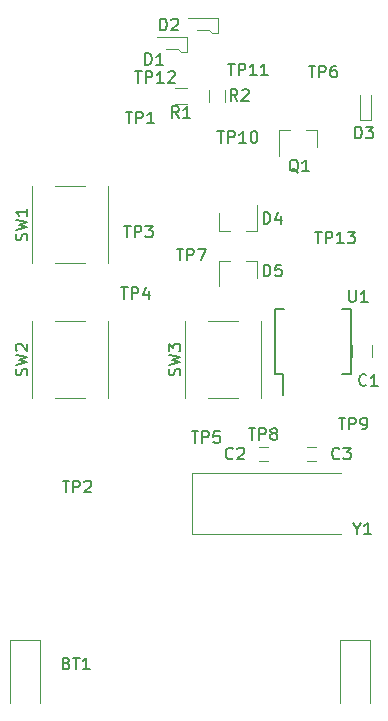
<source format=gbr>
G04 #@! TF.FileFunction,Legend,Top*
%FSLAX46Y46*%
G04 Gerber Fmt 4.6, Leading zero omitted, Abs format (unit mm)*
G04 Created by KiCad (PCBNEW 4.0.7+dfsg1-1) date Wed Apr 18 03:17:49 2018*
%MOMM*%
%LPD*%
G01*
G04 APERTURE LIST*
%ADD10C,0.100000*%
%ADD11C,0.150000*%
%ADD12C,0.120000*%
G04 APERTURE END LIST*
D10*
D11*
X154148000Y-98271000D02*
X154803000Y-98271000D01*
X154148000Y-92771000D02*
X154898000Y-92771000D01*
X160558000Y-92771000D02*
X159808000Y-92771000D01*
X160558000Y-98271000D02*
X159808000Y-98271000D01*
X154148000Y-98271000D02*
X154148000Y-92771000D01*
X160558000Y-98271000D02*
X160558000Y-92771000D01*
X154803000Y-98271000D02*
X154803000Y-100021000D01*
D12*
X146503000Y-93798000D02*
X146533000Y-93798000D01*
X152963000Y-93798000D02*
X152933000Y-93798000D01*
X152963000Y-100258000D02*
X152933000Y-100258000D01*
X146533000Y-100258000D02*
X146503000Y-100258000D01*
X148433000Y-93798000D02*
X151033000Y-93798000D01*
X146503000Y-100258000D02*
X146503000Y-93798000D01*
X148433000Y-100258000D02*
X151033000Y-100258000D01*
X152963000Y-100258000D02*
X152963000Y-93798000D01*
X133549000Y-93798000D02*
X133579000Y-93798000D01*
X140009000Y-93798000D02*
X139979000Y-93798000D01*
X140009000Y-100258000D02*
X139979000Y-100258000D01*
X133579000Y-100258000D02*
X133549000Y-100258000D01*
X135479000Y-93798000D02*
X138079000Y-93798000D01*
X133549000Y-100258000D02*
X133549000Y-93798000D01*
X135479000Y-100258000D02*
X138079000Y-100258000D01*
X140009000Y-100258000D02*
X140009000Y-93798000D01*
X133549000Y-82368000D02*
X133579000Y-82368000D01*
X140009000Y-82368000D02*
X139979000Y-82368000D01*
X140009000Y-88828000D02*
X139979000Y-88828000D01*
X133579000Y-88828000D02*
X133549000Y-88828000D01*
X135479000Y-82368000D02*
X138079000Y-82368000D01*
X133549000Y-88828000D02*
X133549000Y-82368000D01*
X135479000Y-88828000D02*
X138079000Y-88828000D01*
X140009000Y-88828000D02*
X140009000Y-82368000D01*
X152583000Y-88648000D02*
X151653000Y-88648000D01*
X149423000Y-88648000D02*
X150353000Y-88648000D01*
X149423000Y-88648000D02*
X149423000Y-90808000D01*
X152583000Y-88648000D02*
X152583000Y-90108000D01*
X149423000Y-86104000D02*
X150353000Y-86104000D01*
X152583000Y-86104000D02*
X151653000Y-86104000D01*
X152583000Y-86104000D02*
X152583000Y-83944000D01*
X149423000Y-86104000D02*
X149423000Y-84644000D01*
X149352000Y-68072000D02*
X149352000Y-69342000D01*
X148844000Y-69342000D02*
X149352000Y-69342000D01*
X146812000Y-68072000D02*
X149352000Y-68072000D01*
X147574000Y-69088000D02*
X148590000Y-69088000D01*
X148590000Y-69088000D02*
X148844000Y-69342000D01*
X146685000Y-69723000D02*
X146685000Y-70993000D01*
X146177000Y-70993000D02*
X146685000Y-70993000D01*
X144145000Y-69723000D02*
X146685000Y-69723000D01*
X144907000Y-70739000D02*
X145923000Y-70739000D01*
X145923000Y-70739000D02*
X146177000Y-70993000D01*
X159697000Y-106670000D02*
X147097000Y-106670000D01*
X147097000Y-106670000D02*
X147097000Y-111770000D01*
X147097000Y-111770000D02*
X159697000Y-111770000D01*
X152812000Y-104429000D02*
X153512000Y-104429000D01*
X153512000Y-105629000D02*
X152812000Y-105629000D01*
X156876000Y-104429000D02*
X157576000Y-104429000D01*
X157576000Y-105629000D02*
X156876000Y-105629000D01*
X161298000Y-76738000D02*
X162298000Y-76738000D01*
X162298000Y-76738000D02*
X162298000Y-74638000D01*
X161298000Y-76738000D02*
X161298000Y-74638000D01*
X145677000Y-73996000D02*
X146677000Y-73996000D01*
X146677000Y-75356000D02*
X145677000Y-75356000D01*
X148545000Y-75176000D02*
X148545000Y-74176000D01*
X149905000Y-74176000D02*
X149905000Y-75176000D01*
X162394000Y-96766000D02*
X162394000Y-95766000D01*
X160694000Y-95766000D02*
X160694000Y-96766000D01*
X157663000Y-77599000D02*
X156733000Y-77599000D01*
X154503000Y-77599000D02*
X155433000Y-77599000D01*
X154503000Y-77599000D02*
X154503000Y-79759000D01*
X157663000Y-77599000D02*
X157663000Y-79059000D01*
X131699000Y-120777000D02*
X131699000Y-126111000D01*
X134239000Y-120777000D02*
X134239000Y-126111000D01*
X131699000Y-120777000D02*
X134239000Y-120777000D01*
X159639000Y-120777000D02*
X159639000Y-126111000D01*
X162179000Y-120777000D02*
X159639000Y-120777000D01*
X162179000Y-120777000D02*
X162179000Y-126111000D01*
D11*
X160401095Y-91146381D02*
X160401095Y-91955905D01*
X160448714Y-92051143D01*
X160496333Y-92098762D01*
X160591571Y-92146381D01*
X160782048Y-92146381D01*
X160877286Y-92098762D01*
X160924905Y-92051143D01*
X160972524Y-91955905D01*
X160972524Y-91146381D01*
X161972524Y-92146381D02*
X161401095Y-92146381D01*
X161686809Y-92146381D02*
X161686809Y-91146381D01*
X161591571Y-91289238D01*
X161496333Y-91384476D01*
X161401095Y-91432095D01*
X146087762Y-98361333D02*
X146135381Y-98218476D01*
X146135381Y-97980380D01*
X146087762Y-97885142D01*
X146040143Y-97837523D01*
X145944905Y-97789904D01*
X145849667Y-97789904D01*
X145754429Y-97837523D01*
X145706810Y-97885142D01*
X145659190Y-97980380D01*
X145611571Y-98170857D01*
X145563952Y-98266095D01*
X145516333Y-98313714D01*
X145421095Y-98361333D01*
X145325857Y-98361333D01*
X145230619Y-98313714D01*
X145183000Y-98266095D01*
X145135381Y-98170857D01*
X145135381Y-97932761D01*
X145183000Y-97789904D01*
X145135381Y-97456571D02*
X146135381Y-97218476D01*
X145421095Y-97027999D01*
X146135381Y-96837523D01*
X145135381Y-96599428D01*
X145135381Y-96313714D02*
X145135381Y-95694666D01*
X145516333Y-96028000D01*
X145516333Y-95885142D01*
X145563952Y-95789904D01*
X145611571Y-95742285D01*
X145706810Y-95694666D01*
X145944905Y-95694666D01*
X146040143Y-95742285D01*
X146087762Y-95789904D01*
X146135381Y-95885142D01*
X146135381Y-96170857D01*
X146087762Y-96266095D01*
X146040143Y-96313714D01*
X133133762Y-98361333D02*
X133181381Y-98218476D01*
X133181381Y-97980380D01*
X133133762Y-97885142D01*
X133086143Y-97837523D01*
X132990905Y-97789904D01*
X132895667Y-97789904D01*
X132800429Y-97837523D01*
X132752810Y-97885142D01*
X132705190Y-97980380D01*
X132657571Y-98170857D01*
X132609952Y-98266095D01*
X132562333Y-98313714D01*
X132467095Y-98361333D01*
X132371857Y-98361333D01*
X132276619Y-98313714D01*
X132229000Y-98266095D01*
X132181381Y-98170857D01*
X132181381Y-97932761D01*
X132229000Y-97789904D01*
X132181381Y-97456571D02*
X133181381Y-97218476D01*
X132467095Y-97027999D01*
X133181381Y-96837523D01*
X132181381Y-96599428D01*
X132276619Y-96266095D02*
X132229000Y-96218476D01*
X132181381Y-96123238D01*
X132181381Y-95885142D01*
X132229000Y-95789904D01*
X132276619Y-95742285D01*
X132371857Y-95694666D01*
X132467095Y-95694666D01*
X132609952Y-95742285D01*
X133181381Y-96313714D01*
X133181381Y-95694666D01*
X133133762Y-86931333D02*
X133181381Y-86788476D01*
X133181381Y-86550380D01*
X133133762Y-86455142D01*
X133086143Y-86407523D01*
X132990905Y-86359904D01*
X132895667Y-86359904D01*
X132800429Y-86407523D01*
X132752810Y-86455142D01*
X132705190Y-86550380D01*
X132657571Y-86740857D01*
X132609952Y-86836095D01*
X132562333Y-86883714D01*
X132467095Y-86931333D01*
X132371857Y-86931333D01*
X132276619Y-86883714D01*
X132229000Y-86836095D01*
X132181381Y-86740857D01*
X132181381Y-86502761D01*
X132229000Y-86359904D01*
X132181381Y-86026571D02*
X133181381Y-85788476D01*
X132467095Y-85597999D01*
X133181381Y-85407523D01*
X132181381Y-85169428D01*
X133181381Y-84264666D02*
X133181381Y-84836095D01*
X133181381Y-84550381D02*
X132181381Y-84550381D01*
X132324238Y-84645619D01*
X132419476Y-84740857D01*
X132467095Y-84836095D01*
X157519905Y-86193381D02*
X158091334Y-86193381D01*
X157805619Y-87193381D02*
X157805619Y-86193381D01*
X158424667Y-87193381D02*
X158424667Y-86193381D01*
X158805620Y-86193381D01*
X158900858Y-86241000D01*
X158948477Y-86288619D01*
X158996096Y-86383857D01*
X158996096Y-86526714D01*
X158948477Y-86621952D01*
X158900858Y-86669571D01*
X158805620Y-86717190D01*
X158424667Y-86717190D01*
X159948477Y-87193381D02*
X159377048Y-87193381D01*
X159662762Y-87193381D02*
X159662762Y-86193381D01*
X159567524Y-86336238D01*
X159472286Y-86431476D01*
X159377048Y-86479095D01*
X160281810Y-86193381D02*
X160900858Y-86193381D01*
X160567524Y-86574333D01*
X160710382Y-86574333D01*
X160805620Y-86621952D01*
X160853239Y-86669571D01*
X160900858Y-86764810D01*
X160900858Y-87002905D01*
X160853239Y-87098143D01*
X160805620Y-87145762D01*
X160710382Y-87193381D01*
X160424667Y-87193381D01*
X160329429Y-87145762D01*
X160281810Y-87098143D01*
X153185905Y-89987381D02*
X153185905Y-88987381D01*
X153424000Y-88987381D01*
X153566858Y-89035000D01*
X153662096Y-89130238D01*
X153709715Y-89225476D01*
X153757334Y-89415952D01*
X153757334Y-89558810D01*
X153709715Y-89749286D01*
X153662096Y-89844524D01*
X153566858Y-89939762D01*
X153424000Y-89987381D01*
X153185905Y-89987381D01*
X154662096Y-88987381D02*
X154185905Y-88987381D01*
X154138286Y-89463571D01*
X154185905Y-89415952D01*
X154281143Y-89368333D01*
X154519239Y-89368333D01*
X154614477Y-89415952D01*
X154662096Y-89463571D01*
X154709715Y-89558810D01*
X154709715Y-89796905D01*
X154662096Y-89892143D01*
X154614477Y-89939762D01*
X154519239Y-89987381D01*
X154281143Y-89987381D01*
X154185905Y-89939762D01*
X154138286Y-89892143D01*
X153185905Y-85542381D02*
X153185905Y-84542381D01*
X153424000Y-84542381D01*
X153566858Y-84590000D01*
X153662096Y-84685238D01*
X153709715Y-84780476D01*
X153757334Y-84970952D01*
X153757334Y-85113810D01*
X153709715Y-85304286D01*
X153662096Y-85399524D01*
X153566858Y-85494762D01*
X153424000Y-85542381D01*
X153185905Y-85542381D01*
X154614477Y-84875714D02*
X154614477Y-85542381D01*
X154376381Y-84494762D02*
X154138286Y-85209048D01*
X154757334Y-85209048D01*
X144422905Y-69159381D02*
X144422905Y-68159381D01*
X144661000Y-68159381D01*
X144803858Y-68207000D01*
X144899096Y-68302238D01*
X144946715Y-68397476D01*
X144994334Y-68587952D01*
X144994334Y-68730810D01*
X144946715Y-68921286D01*
X144899096Y-69016524D01*
X144803858Y-69111762D01*
X144661000Y-69159381D01*
X144422905Y-69159381D01*
X145375286Y-68254619D02*
X145422905Y-68207000D01*
X145518143Y-68159381D01*
X145756239Y-68159381D01*
X145851477Y-68207000D01*
X145899096Y-68254619D01*
X145946715Y-68349857D01*
X145946715Y-68445095D01*
X145899096Y-68587952D01*
X145327667Y-69159381D01*
X145946715Y-69159381D01*
X143152905Y-72080381D02*
X143152905Y-71080381D01*
X143391000Y-71080381D01*
X143533858Y-71128000D01*
X143629096Y-71223238D01*
X143676715Y-71318476D01*
X143724334Y-71508952D01*
X143724334Y-71651810D01*
X143676715Y-71842286D01*
X143629096Y-71937524D01*
X143533858Y-72032762D01*
X143391000Y-72080381D01*
X143152905Y-72080381D01*
X144676715Y-72080381D02*
X144105286Y-72080381D01*
X144391000Y-72080381D02*
X144391000Y-71080381D01*
X144295762Y-71223238D01*
X144200524Y-71318476D01*
X144105286Y-71366095D01*
X161067809Y-111355190D02*
X161067809Y-111831381D01*
X160734476Y-110831381D02*
X161067809Y-111355190D01*
X161401143Y-110831381D01*
X162258286Y-111831381D02*
X161686857Y-111831381D01*
X161972571Y-111831381D02*
X161972571Y-110831381D01*
X161877333Y-110974238D01*
X161782095Y-111069476D01*
X161686857Y-111117095D01*
X150582334Y-105386143D02*
X150534715Y-105433762D01*
X150391858Y-105481381D01*
X150296620Y-105481381D01*
X150153762Y-105433762D01*
X150058524Y-105338524D01*
X150010905Y-105243286D01*
X149963286Y-105052810D01*
X149963286Y-104909952D01*
X150010905Y-104719476D01*
X150058524Y-104624238D01*
X150153762Y-104529000D01*
X150296620Y-104481381D01*
X150391858Y-104481381D01*
X150534715Y-104529000D01*
X150582334Y-104576619D01*
X150963286Y-104576619D02*
X151010905Y-104529000D01*
X151106143Y-104481381D01*
X151344239Y-104481381D01*
X151439477Y-104529000D01*
X151487096Y-104576619D01*
X151534715Y-104671857D01*
X151534715Y-104767095D01*
X151487096Y-104909952D01*
X150915667Y-105481381D01*
X151534715Y-105481381D01*
X159599334Y-105386143D02*
X159551715Y-105433762D01*
X159408858Y-105481381D01*
X159313620Y-105481381D01*
X159170762Y-105433762D01*
X159075524Y-105338524D01*
X159027905Y-105243286D01*
X158980286Y-105052810D01*
X158980286Y-104909952D01*
X159027905Y-104719476D01*
X159075524Y-104624238D01*
X159170762Y-104529000D01*
X159313620Y-104481381D01*
X159408858Y-104481381D01*
X159551715Y-104529000D01*
X159599334Y-104576619D01*
X159932667Y-104481381D02*
X160551715Y-104481381D01*
X160218381Y-104862333D01*
X160361239Y-104862333D01*
X160456477Y-104909952D01*
X160504096Y-104957571D01*
X160551715Y-105052810D01*
X160551715Y-105290905D01*
X160504096Y-105386143D01*
X160456477Y-105433762D01*
X160361239Y-105481381D01*
X160075524Y-105481381D01*
X159980286Y-105433762D01*
X159932667Y-105386143D01*
X160932905Y-78303381D02*
X160932905Y-77303381D01*
X161171000Y-77303381D01*
X161313858Y-77351000D01*
X161409096Y-77446238D01*
X161456715Y-77541476D01*
X161504334Y-77731952D01*
X161504334Y-77874810D01*
X161456715Y-78065286D01*
X161409096Y-78160524D01*
X161313858Y-78255762D01*
X161171000Y-78303381D01*
X160932905Y-78303381D01*
X161837667Y-77303381D02*
X162456715Y-77303381D01*
X162123381Y-77684333D01*
X162266239Y-77684333D01*
X162361477Y-77731952D01*
X162409096Y-77779571D01*
X162456715Y-77874810D01*
X162456715Y-78112905D01*
X162409096Y-78208143D01*
X162361477Y-78255762D01*
X162266239Y-78303381D01*
X161980524Y-78303381D01*
X161885286Y-78255762D01*
X161837667Y-78208143D01*
X146010334Y-76578381D02*
X145677000Y-76102190D01*
X145438905Y-76578381D02*
X145438905Y-75578381D01*
X145819858Y-75578381D01*
X145915096Y-75626000D01*
X145962715Y-75673619D01*
X146010334Y-75768857D01*
X146010334Y-75911714D01*
X145962715Y-76006952D01*
X145915096Y-76054571D01*
X145819858Y-76102190D01*
X145438905Y-76102190D01*
X146962715Y-76578381D02*
X146391286Y-76578381D01*
X146677000Y-76578381D02*
X146677000Y-75578381D01*
X146581762Y-75721238D01*
X146486524Y-75816476D01*
X146391286Y-75864095D01*
X150963334Y-75128381D02*
X150630000Y-74652190D01*
X150391905Y-75128381D02*
X150391905Y-74128381D01*
X150772858Y-74128381D01*
X150868096Y-74176000D01*
X150915715Y-74223619D01*
X150963334Y-74318857D01*
X150963334Y-74461714D01*
X150915715Y-74556952D01*
X150868096Y-74604571D01*
X150772858Y-74652190D01*
X150391905Y-74652190D01*
X151344286Y-74223619D02*
X151391905Y-74176000D01*
X151487143Y-74128381D01*
X151725239Y-74128381D01*
X151820477Y-74176000D01*
X151868096Y-74223619D01*
X151915715Y-74318857D01*
X151915715Y-74414095D01*
X151868096Y-74556952D01*
X151296667Y-75128381D01*
X151915715Y-75128381D01*
X141486095Y-76033381D02*
X142057524Y-76033381D01*
X141771809Y-77033381D02*
X141771809Y-76033381D01*
X142390857Y-77033381D02*
X142390857Y-76033381D01*
X142771810Y-76033381D01*
X142867048Y-76081000D01*
X142914667Y-76128619D01*
X142962286Y-76223857D01*
X142962286Y-76366714D01*
X142914667Y-76461952D01*
X142867048Y-76509571D01*
X142771810Y-76557190D01*
X142390857Y-76557190D01*
X143914667Y-77033381D02*
X143343238Y-77033381D01*
X143628952Y-77033381D02*
X143628952Y-76033381D01*
X143533714Y-76176238D01*
X143438476Y-76271476D01*
X143343238Y-76319095D01*
X136152095Y-107275381D02*
X136723524Y-107275381D01*
X136437809Y-108275381D02*
X136437809Y-107275381D01*
X137056857Y-108275381D02*
X137056857Y-107275381D01*
X137437810Y-107275381D01*
X137533048Y-107323000D01*
X137580667Y-107370619D01*
X137628286Y-107465857D01*
X137628286Y-107608714D01*
X137580667Y-107703952D01*
X137533048Y-107751571D01*
X137437810Y-107799190D01*
X137056857Y-107799190D01*
X138009238Y-107370619D02*
X138056857Y-107323000D01*
X138152095Y-107275381D01*
X138390191Y-107275381D01*
X138485429Y-107323000D01*
X138533048Y-107370619D01*
X138580667Y-107465857D01*
X138580667Y-107561095D01*
X138533048Y-107703952D01*
X137961619Y-108275381D01*
X138580667Y-108275381D01*
X141359095Y-85685381D02*
X141930524Y-85685381D01*
X141644809Y-86685381D02*
X141644809Y-85685381D01*
X142263857Y-86685381D02*
X142263857Y-85685381D01*
X142644810Y-85685381D01*
X142740048Y-85733000D01*
X142787667Y-85780619D01*
X142835286Y-85875857D01*
X142835286Y-86018714D01*
X142787667Y-86113952D01*
X142740048Y-86161571D01*
X142644810Y-86209190D01*
X142263857Y-86209190D01*
X143168619Y-85685381D02*
X143787667Y-85685381D01*
X143454333Y-86066333D01*
X143597191Y-86066333D01*
X143692429Y-86113952D01*
X143740048Y-86161571D01*
X143787667Y-86256810D01*
X143787667Y-86494905D01*
X143740048Y-86590143D01*
X143692429Y-86637762D01*
X143597191Y-86685381D01*
X143311476Y-86685381D01*
X143216238Y-86637762D01*
X143168619Y-86590143D01*
X141105095Y-90892381D02*
X141676524Y-90892381D01*
X141390809Y-91892381D02*
X141390809Y-90892381D01*
X142009857Y-91892381D02*
X142009857Y-90892381D01*
X142390810Y-90892381D01*
X142486048Y-90940000D01*
X142533667Y-90987619D01*
X142581286Y-91082857D01*
X142581286Y-91225714D01*
X142533667Y-91320952D01*
X142486048Y-91368571D01*
X142390810Y-91416190D01*
X142009857Y-91416190D01*
X143438429Y-91225714D02*
X143438429Y-91892381D01*
X143200333Y-90844762D02*
X142962238Y-91559048D01*
X143581286Y-91559048D01*
X147074095Y-103084381D02*
X147645524Y-103084381D01*
X147359809Y-104084381D02*
X147359809Y-103084381D01*
X147978857Y-104084381D02*
X147978857Y-103084381D01*
X148359810Y-103084381D01*
X148455048Y-103132000D01*
X148502667Y-103179619D01*
X148550286Y-103274857D01*
X148550286Y-103417714D01*
X148502667Y-103512952D01*
X148455048Y-103560571D01*
X148359810Y-103608190D01*
X147978857Y-103608190D01*
X149455048Y-103084381D02*
X148978857Y-103084381D01*
X148931238Y-103560571D01*
X148978857Y-103512952D01*
X149074095Y-103465333D01*
X149312191Y-103465333D01*
X149407429Y-103512952D01*
X149455048Y-103560571D01*
X149502667Y-103655810D01*
X149502667Y-103893905D01*
X149455048Y-103989143D01*
X149407429Y-104036762D01*
X149312191Y-104084381D01*
X149074095Y-104084381D01*
X148978857Y-104036762D01*
X148931238Y-103989143D01*
X156980095Y-72128381D02*
X157551524Y-72128381D01*
X157265809Y-73128381D02*
X157265809Y-72128381D01*
X157884857Y-73128381D02*
X157884857Y-72128381D01*
X158265810Y-72128381D01*
X158361048Y-72176000D01*
X158408667Y-72223619D01*
X158456286Y-72318857D01*
X158456286Y-72461714D01*
X158408667Y-72556952D01*
X158361048Y-72604571D01*
X158265810Y-72652190D01*
X157884857Y-72652190D01*
X159313429Y-72128381D02*
X159122952Y-72128381D01*
X159027714Y-72176000D01*
X158980095Y-72223619D01*
X158884857Y-72366476D01*
X158837238Y-72556952D01*
X158837238Y-72937905D01*
X158884857Y-73033143D01*
X158932476Y-73080762D01*
X159027714Y-73128381D01*
X159218191Y-73128381D01*
X159313429Y-73080762D01*
X159361048Y-73033143D01*
X159408667Y-72937905D01*
X159408667Y-72699810D01*
X159361048Y-72604571D01*
X159313429Y-72556952D01*
X159218191Y-72509333D01*
X159027714Y-72509333D01*
X158932476Y-72556952D01*
X158884857Y-72604571D01*
X158837238Y-72699810D01*
X145804095Y-87622381D02*
X146375524Y-87622381D01*
X146089809Y-88622381D02*
X146089809Y-87622381D01*
X146708857Y-88622381D02*
X146708857Y-87622381D01*
X147089810Y-87622381D01*
X147185048Y-87670000D01*
X147232667Y-87717619D01*
X147280286Y-87812857D01*
X147280286Y-87955714D01*
X147232667Y-88050952D01*
X147185048Y-88098571D01*
X147089810Y-88146190D01*
X146708857Y-88146190D01*
X147613619Y-87622381D02*
X148280286Y-87622381D01*
X147851714Y-88622381D01*
X151900095Y-102830381D02*
X152471524Y-102830381D01*
X152185809Y-103830381D02*
X152185809Y-102830381D01*
X152804857Y-103830381D02*
X152804857Y-102830381D01*
X153185810Y-102830381D01*
X153281048Y-102878000D01*
X153328667Y-102925619D01*
X153376286Y-103020857D01*
X153376286Y-103163714D01*
X153328667Y-103258952D01*
X153281048Y-103306571D01*
X153185810Y-103354190D01*
X152804857Y-103354190D01*
X153947714Y-103258952D02*
X153852476Y-103211333D01*
X153804857Y-103163714D01*
X153757238Y-103068476D01*
X153757238Y-103020857D01*
X153804857Y-102925619D01*
X153852476Y-102878000D01*
X153947714Y-102830381D01*
X154138191Y-102830381D01*
X154233429Y-102878000D01*
X154281048Y-102925619D01*
X154328667Y-103020857D01*
X154328667Y-103068476D01*
X154281048Y-103163714D01*
X154233429Y-103211333D01*
X154138191Y-103258952D01*
X153947714Y-103258952D01*
X153852476Y-103306571D01*
X153804857Y-103354190D01*
X153757238Y-103449429D01*
X153757238Y-103639905D01*
X153804857Y-103735143D01*
X153852476Y-103782762D01*
X153947714Y-103830381D01*
X154138191Y-103830381D01*
X154233429Y-103782762D01*
X154281048Y-103735143D01*
X154328667Y-103639905D01*
X154328667Y-103449429D01*
X154281048Y-103354190D01*
X154233429Y-103306571D01*
X154138191Y-103258952D01*
X159520095Y-101941381D02*
X160091524Y-101941381D01*
X159805809Y-102941381D02*
X159805809Y-101941381D01*
X160424857Y-102941381D02*
X160424857Y-101941381D01*
X160805810Y-101941381D01*
X160901048Y-101989000D01*
X160948667Y-102036619D01*
X160996286Y-102131857D01*
X160996286Y-102274714D01*
X160948667Y-102369952D01*
X160901048Y-102417571D01*
X160805810Y-102465190D01*
X160424857Y-102465190D01*
X161472476Y-102941381D02*
X161662952Y-102941381D01*
X161758191Y-102893762D01*
X161805810Y-102846143D01*
X161901048Y-102703286D01*
X161948667Y-102512810D01*
X161948667Y-102131857D01*
X161901048Y-102036619D01*
X161853429Y-101989000D01*
X161758191Y-101941381D01*
X161567714Y-101941381D01*
X161472476Y-101989000D01*
X161424857Y-102036619D01*
X161377238Y-102131857D01*
X161377238Y-102369952D01*
X161424857Y-102465190D01*
X161472476Y-102512810D01*
X161567714Y-102560429D01*
X161758191Y-102560429D01*
X161853429Y-102512810D01*
X161901048Y-102465190D01*
X161948667Y-102369952D01*
X149264905Y-77684381D02*
X149836334Y-77684381D01*
X149550619Y-78684381D02*
X149550619Y-77684381D01*
X150169667Y-78684381D02*
X150169667Y-77684381D01*
X150550620Y-77684381D01*
X150645858Y-77732000D01*
X150693477Y-77779619D01*
X150741096Y-77874857D01*
X150741096Y-78017714D01*
X150693477Y-78112952D01*
X150645858Y-78160571D01*
X150550620Y-78208190D01*
X150169667Y-78208190D01*
X151693477Y-78684381D02*
X151122048Y-78684381D01*
X151407762Y-78684381D02*
X151407762Y-77684381D01*
X151312524Y-77827238D01*
X151217286Y-77922476D01*
X151122048Y-77970095D01*
X152312524Y-77684381D02*
X152407763Y-77684381D01*
X152503001Y-77732000D01*
X152550620Y-77779619D01*
X152598239Y-77874857D01*
X152645858Y-78065333D01*
X152645858Y-78303429D01*
X152598239Y-78493905D01*
X152550620Y-78589143D01*
X152503001Y-78636762D01*
X152407763Y-78684381D01*
X152312524Y-78684381D01*
X152217286Y-78636762D01*
X152169667Y-78589143D01*
X152122048Y-78493905D01*
X152074429Y-78303429D01*
X152074429Y-78065333D01*
X152122048Y-77874857D01*
X152169667Y-77779619D01*
X152217286Y-77732000D01*
X152312524Y-77684381D01*
X150153905Y-71969381D02*
X150725334Y-71969381D01*
X150439619Y-72969381D02*
X150439619Y-71969381D01*
X151058667Y-72969381D02*
X151058667Y-71969381D01*
X151439620Y-71969381D01*
X151534858Y-72017000D01*
X151582477Y-72064619D01*
X151630096Y-72159857D01*
X151630096Y-72302714D01*
X151582477Y-72397952D01*
X151534858Y-72445571D01*
X151439620Y-72493190D01*
X151058667Y-72493190D01*
X152582477Y-72969381D02*
X152011048Y-72969381D01*
X152296762Y-72969381D02*
X152296762Y-71969381D01*
X152201524Y-72112238D01*
X152106286Y-72207476D01*
X152011048Y-72255095D01*
X153534858Y-72969381D02*
X152963429Y-72969381D01*
X153249143Y-72969381D02*
X153249143Y-71969381D01*
X153153905Y-72112238D01*
X153058667Y-72207476D01*
X152963429Y-72255095D01*
X142279905Y-72604381D02*
X142851334Y-72604381D01*
X142565619Y-73604381D02*
X142565619Y-72604381D01*
X143184667Y-73604381D02*
X143184667Y-72604381D01*
X143565620Y-72604381D01*
X143660858Y-72652000D01*
X143708477Y-72699619D01*
X143756096Y-72794857D01*
X143756096Y-72937714D01*
X143708477Y-73032952D01*
X143660858Y-73080571D01*
X143565620Y-73128190D01*
X143184667Y-73128190D01*
X144708477Y-73604381D02*
X144137048Y-73604381D01*
X144422762Y-73604381D02*
X144422762Y-72604381D01*
X144327524Y-72747238D01*
X144232286Y-72842476D01*
X144137048Y-72890095D01*
X145089429Y-72699619D02*
X145137048Y-72652000D01*
X145232286Y-72604381D01*
X145470382Y-72604381D01*
X145565620Y-72652000D01*
X145613239Y-72699619D01*
X145660858Y-72794857D01*
X145660858Y-72890095D01*
X145613239Y-73032952D01*
X145041810Y-73604381D01*
X145660858Y-73604381D01*
X161885334Y-99163143D02*
X161837715Y-99210762D01*
X161694858Y-99258381D01*
X161599620Y-99258381D01*
X161456762Y-99210762D01*
X161361524Y-99115524D01*
X161313905Y-99020286D01*
X161266286Y-98829810D01*
X161266286Y-98686952D01*
X161313905Y-98496476D01*
X161361524Y-98401238D01*
X161456762Y-98306000D01*
X161599620Y-98258381D01*
X161694858Y-98258381D01*
X161837715Y-98306000D01*
X161885334Y-98353619D01*
X162837715Y-99258381D02*
X162266286Y-99258381D01*
X162552000Y-99258381D02*
X162552000Y-98258381D01*
X162456762Y-98401238D01*
X162361524Y-98496476D01*
X162266286Y-98544095D01*
X156114762Y-81192619D02*
X156019524Y-81145000D01*
X155924286Y-81049762D01*
X155781429Y-80906905D01*
X155686190Y-80859286D01*
X155590952Y-80859286D01*
X155638571Y-81097381D02*
X155543333Y-81049762D01*
X155448095Y-80954524D01*
X155400476Y-80764048D01*
X155400476Y-80430714D01*
X155448095Y-80240238D01*
X155543333Y-80145000D01*
X155638571Y-80097381D01*
X155829048Y-80097381D01*
X155924286Y-80145000D01*
X156019524Y-80240238D01*
X156067143Y-80430714D01*
X156067143Y-80764048D01*
X156019524Y-80954524D01*
X155924286Y-81049762D01*
X155829048Y-81097381D01*
X155638571Y-81097381D01*
X157019524Y-81097381D02*
X156448095Y-81097381D01*
X156733809Y-81097381D02*
X156733809Y-80097381D01*
X156638571Y-80240238D01*
X156543333Y-80335476D01*
X156448095Y-80383095D01*
X136501286Y-122737571D02*
X136644143Y-122785190D01*
X136691762Y-122832810D01*
X136739381Y-122928048D01*
X136739381Y-123070905D01*
X136691762Y-123166143D01*
X136644143Y-123213762D01*
X136548905Y-123261381D01*
X136167952Y-123261381D01*
X136167952Y-122261381D01*
X136501286Y-122261381D01*
X136596524Y-122309000D01*
X136644143Y-122356619D01*
X136691762Y-122451857D01*
X136691762Y-122547095D01*
X136644143Y-122642333D01*
X136596524Y-122689952D01*
X136501286Y-122737571D01*
X136167952Y-122737571D01*
X137025095Y-122261381D02*
X137596524Y-122261381D01*
X137310809Y-123261381D02*
X137310809Y-122261381D01*
X138453667Y-123261381D02*
X137882238Y-123261381D01*
X138167952Y-123261381D02*
X138167952Y-122261381D01*
X138072714Y-122404238D01*
X137977476Y-122499476D01*
X137882238Y-122547095D01*
M02*

</source>
